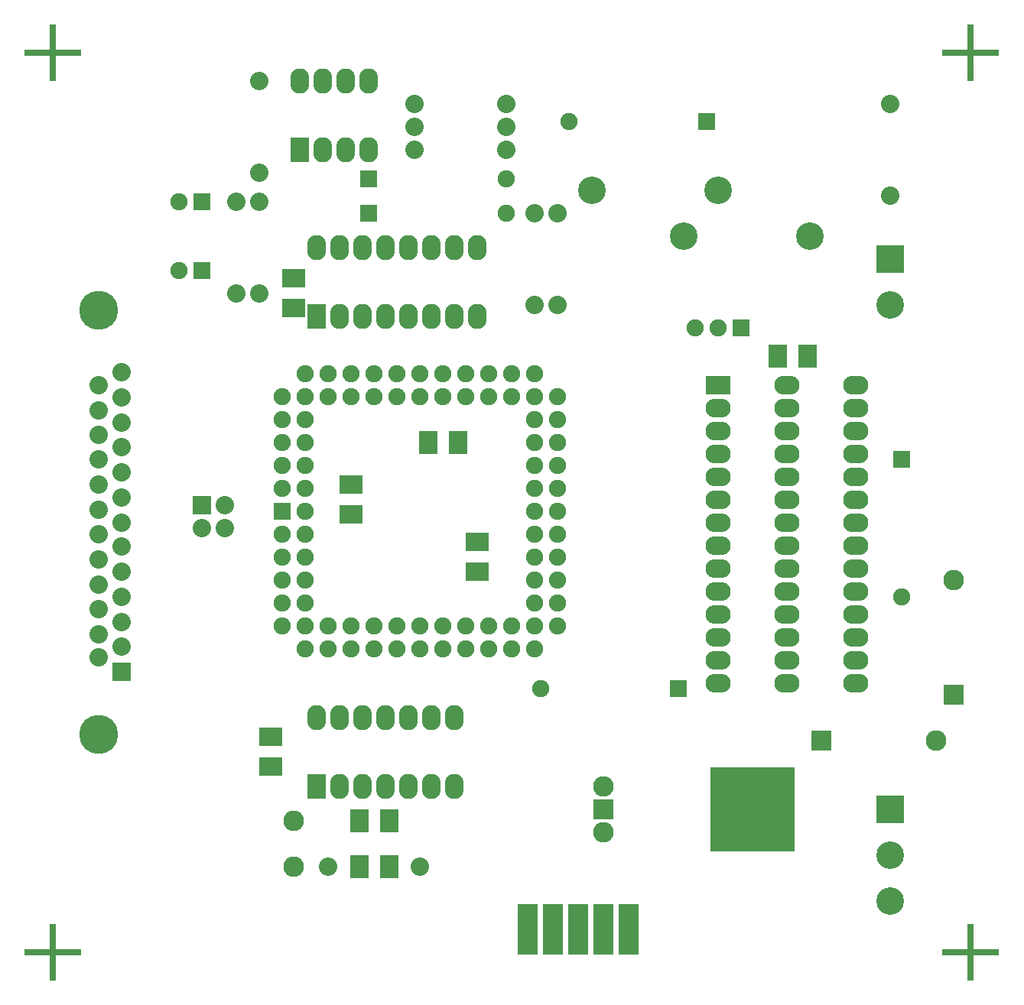
<source format=gbs>
G04 (created by PCBNEW-RS274X (2012-apr-16-27)-stable) date Втр 01 Янв 2013 22:40:23*
G01*
G70*
G90*
%MOIN*%
G04 Gerber Fmt 3.4, Leading zero omitted, Abs format*
%FSLAX34Y34*%
G04 APERTURE LIST*
%ADD10C,0.006000*%
%ADD11R,0.110000X0.082000*%
%ADD12O,0.110000X0.082000*%
%ADD13R,0.130000X0.030000*%
%ADD14R,0.030000X0.130000*%
%ADD15C,0.030000*%
%ADD16R,0.110000X0.030000*%
%ADD17R,0.090000X0.220000*%
%ADD18R,0.120000X0.120000*%
%ADD19C,0.120000*%
%ADD20C,0.080000*%
%ADD21C,0.090000*%
%ADD22R,0.090000X0.090000*%
%ADD23R,0.075000X0.075000*%
%ADD24C,0.075000*%
%ADD25R,0.082000X0.110000*%
%ADD26O,0.082000X0.110000*%
%ADD27R,0.080000X0.080000*%
%ADD28R,0.080000X0.100000*%
%ADD29R,0.100000X0.080000*%
%ADD30R,0.370000X0.370000*%
%ADD31C,0.170000*%
G04 APERTURE END LIST*
G54D10*
G54D11*
X66250Y-28750D03*
G54D12*
X66250Y-29750D03*
X66250Y-30750D03*
X66250Y-31750D03*
X66250Y-32750D03*
X66250Y-33750D03*
X66250Y-34750D03*
X66250Y-35750D03*
X66250Y-36750D03*
X66250Y-37750D03*
X66250Y-38750D03*
X66250Y-39750D03*
X66250Y-40750D03*
X66250Y-41750D03*
X72250Y-41750D03*
X72250Y-40750D03*
X72250Y-39750D03*
X72250Y-38750D03*
X72250Y-37750D03*
X72250Y-36750D03*
X72250Y-35750D03*
X72250Y-34750D03*
X72250Y-33750D03*
X72250Y-32750D03*
X72250Y-31750D03*
X72250Y-30750D03*
X72250Y-29750D03*
X72250Y-28750D03*
X69250Y-41750D03*
X69250Y-40750D03*
X69250Y-39750D03*
X69250Y-38750D03*
X69250Y-37750D03*
X69250Y-36750D03*
X69250Y-35750D03*
X69250Y-34750D03*
X69250Y-33750D03*
X69250Y-32750D03*
X69250Y-31750D03*
X69250Y-30750D03*
X69250Y-29750D03*
X69250Y-28750D03*
G54D13*
X36650Y-14250D03*
G54D14*
X37250Y-13650D03*
G54D15*
X37250Y-14250D03*
G54D16*
X36650Y-14250D03*
G54D14*
X37250Y-14850D03*
G54D13*
X37850Y-14250D03*
X76650Y-14250D03*
G54D14*
X77250Y-13650D03*
G54D15*
X77250Y-14250D03*
G54D16*
X76650Y-14250D03*
G54D14*
X77250Y-14850D03*
G54D13*
X77850Y-14250D03*
X76650Y-53500D03*
G54D14*
X77250Y-52900D03*
G54D15*
X77250Y-53500D03*
G54D16*
X76650Y-53500D03*
G54D14*
X77250Y-54100D03*
G54D13*
X77850Y-53500D03*
X36650Y-53500D03*
G54D14*
X37250Y-52900D03*
G54D15*
X37250Y-53500D03*
G54D16*
X36650Y-53500D03*
G54D14*
X37250Y-54100D03*
G54D13*
X37850Y-53500D03*
G54D17*
X59050Y-52500D03*
X60150Y-52500D03*
X61250Y-52500D03*
X62350Y-52500D03*
X57950Y-52500D03*
G54D18*
X73750Y-47250D03*
G54D19*
X73750Y-49250D03*
X73750Y-51250D03*
G54D20*
X46250Y-15500D03*
X46250Y-19500D03*
X53000Y-16500D03*
X57000Y-16500D03*
X73750Y-20500D03*
X73750Y-16500D03*
X53000Y-18500D03*
X57000Y-18500D03*
X53000Y-17500D03*
X57000Y-17500D03*
G54D21*
X76500Y-37250D03*
G54D22*
X76500Y-42250D03*
G54D23*
X65750Y-17250D03*
G54D24*
X59750Y-17250D03*
G54D23*
X51000Y-19750D03*
G54D24*
X57000Y-19750D03*
G54D25*
X48000Y-18500D03*
G54D26*
X49000Y-18500D03*
X50000Y-18500D03*
X51000Y-18500D03*
X51000Y-15500D03*
X50000Y-15500D03*
X49000Y-15500D03*
X48000Y-15500D03*
G54D27*
X43750Y-34000D03*
G54D20*
X44750Y-34000D03*
X43750Y-35000D03*
X44750Y-35000D03*
X59250Y-25250D03*
X59250Y-21250D03*
X58250Y-25250D03*
X58250Y-21250D03*
X45250Y-20750D03*
X45250Y-24750D03*
X46250Y-20750D03*
X46250Y-24750D03*
G54D23*
X43750Y-23750D03*
G54D24*
X42750Y-23750D03*
G54D23*
X43750Y-20750D03*
G54D24*
X42750Y-20750D03*
G54D18*
X73750Y-23250D03*
G54D19*
X73750Y-25250D03*
G54D28*
X50600Y-47750D03*
X51900Y-47750D03*
X53600Y-31250D03*
X54900Y-31250D03*
G54D29*
X55750Y-36900D03*
X55750Y-35600D03*
X50250Y-33100D03*
X50250Y-34400D03*
G54D28*
X70150Y-27500D03*
X68850Y-27500D03*
G54D29*
X46750Y-44100D03*
X46750Y-45400D03*
X47750Y-25400D03*
X47750Y-24100D03*
G54D28*
X50600Y-49750D03*
X51900Y-49750D03*
G54D23*
X67250Y-26250D03*
G54D24*
X66250Y-26250D03*
X65250Y-26250D03*
G54D20*
X49250Y-49750D03*
X53250Y-49750D03*
G54D30*
X67750Y-47250D03*
G54D21*
X61250Y-46250D03*
G54D22*
X61250Y-47250D03*
G54D21*
X61250Y-48250D03*
X47750Y-47750D03*
X47750Y-49750D03*
G54D31*
X39250Y-25500D03*
X39250Y-44000D03*
G54D27*
X40250Y-41250D03*
G54D20*
X40250Y-40150D03*
X40250Y-39100D03*
X40250Y-38000D03*
X40250Y-36900D03*
X40250Y-35800D03*
X40250Y-34750D03*
X40250Y-33650D03*
X40250Y-32550D03*
X40250Y-31450D03*
X40250Y-30400D03*
X40250Y-29300D03*
X40250Y-28200D03*
X39250Y-40630D03*
X39250Y-39630D03*
X39250Y-38530D03*
X39250Y-37450D03*
X39250Y-36370D03*
X39250Y-35270D03*
X39250Y-34190D03*
X39250Y-33110D03*
X39250Y-31990D03*
X39250Y-30930D03*
X39250Y-29850D03*
X39250Y-28750D03*
G54D21*
X75750Y-44250D03*
G54D22*
X70750Y-44250D03*
G54D23*
X51000Y-21250D03*
G54D24*
X57000Y-21250D03*
G54D23*
X64500Y-42000D03*
G54D24*
X58500Y-42000D03*
G54D23*
X74250Y-32000D03*
G54D24*
X74250Y-38000D03*
G54D25*
X48750Y-25750D03*
G54D26*
X49750Y-25750D03*
X50750Y-25750D03*
X51750Y-25750D03*
X52750Y-25750D03*
X53750Y-25750D03*
X54750Y-25750D03*
X55750Y-25750D03*
X55750Y-22750D03*
X54750Y-22750D03*
X53750Y-22750D03*
X52750Y-22750D03*
X51750Y-22750D03*
X50750Y-22750D03*
X49750Y-22750D03*
X48750Y-22750D03*
G54D25*
X48750Y-46250D03*
G54D26*
X49750Y-46250D03*
X50750Y-46250D03*
X51750Y-46250D03*
X52750Y-46250D03*
X53750Y-46250D03*
X54750Y-46250D03*
X54750Y-43250D03*
X53750Y-43250D03*
X52750Y-43250D03*
X51750Y-43250D03*
X50750Y-43250D03*
X49750Y-43250D03*
X48750Y-43250D03*
G54D23*
X47250Y-34250D03*
G54D24*
X48250Y-34250D03*
X47250Y-35250D03*
X48250Y-35250D03*
X47250Y-36250D03*
X48250Y-36250D03*
X47250Y-37250D03*
X48250Y-37250D03*
X47250Y-38250D03*
X48250Y-38250D03*
X47250Y-39250D03*
X48250Y-40250D03*
X48250Y-39250D03*
X49250Y-40250D03*
X49250Y-39250D03*
X50250Y-40250D03*
X50250Y-39250D03*
X51250Y-40250D03*
X51250Y-39250D03*
X52250Y-40250D03*
X52250Y-39250D03*
X53250Y-40250D03*
X53250Y-39250D03*
X54250Y-40250D03*
X54250Y-39250D03*
X55250Y-40250D03*
X55250Y-39250D03*
X56250Y-40250D03*
X56250Y-39250D03*
X57250Y-40250D03*
X57250Y-39250D03*
X58250Y-40250D03*
X59250Y-39250D03*
X58250Y-39250D03*
X59250Y-38250D03*
X58250Y-38250D03*
X59250Y-37250D03*
X58250Y-37250D03*
X59250Y-36250D03*
X58250Y-36250D03*
X59250Y-35250D03*
X58250Y-35250D03*
X59250Y-34250D03*
X58250Y-34250D03*
X59250Y-33250D03*
X58250Y-33250D03*
X59250Y-32250D03*
X58250Y-32250D03*
X59250Y-31250D03*
X58250Y-31250D03*
X59250Y-30250D03*
X58250Y-30250D03*
X59250Y-29250D03*
X58250Y-28250D03*
X58250Y-29250D03*
X57250Y-28250D03*
X57250Y-29250D03*
X56250Y-28250D03*
X56250Y-29250D03*
X55250Y-28250D03*
X55250Y-29250D03*
X54250Y-28250D03*
X54250Y-29250D03*
X53250Y-28250D03*
X53250Y-29250D03*
X52250Y-28250D03*
X52250Y-29250D03*
X51250Y-28250D03*
X51250Y-29250D03*
X50250Y-28250D03*
X50250Y-29250D03*
X49250Y-28250D03*
X49250Y-29250D03*
X48250Y-28250D03*
X47250Y-29250D03*
X48250Y-29250D03*
X47250Y-30250D03*
X48250Y-30250D03*
X47250Y-31250D03*
X48250Y-31250D03*
X47250Y-32250D03*
X48250Y-32250D03*
X47250Y-33250D03*
X48250Y-33250D03*
G54D19*
X66250Y-20250D03*
X70250Y-22250D03*
X60750Y-20250D03*
X64750Y-22250D03*
M02*

</source>
